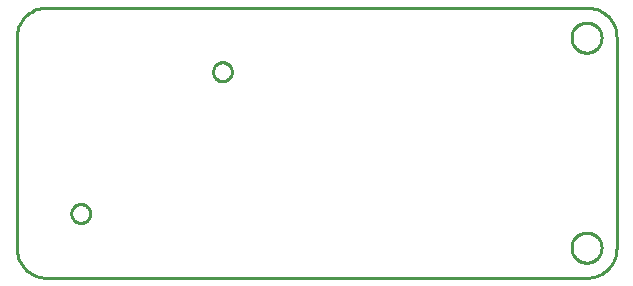
<source format=gbr>
G04 EAGLE Gerber RS-274X export*
G75*
%MOMM*%
%FSLAX34Y34*%
%LPD*%
%IN*%
%IPPOS*%
%AMOC8*
5,1,8,0,0,1.08239X$1,22.5*%
G01*
%ADD10C,0.254000*%


D10*
X0Y25400D02*
X97Y23186D01*
X386Y20989D01*
X865Y18826D01*
X1532Y16713D01*
X2380Y14666D01*
X3403Y12700D01*
X4594Y10831D01*
X5942Y9073D01*
X7440Y7440D01*
X9073Y5942D01*
X10831Y4594D01*
X12700Y3403D01*
X14666Y2380D01*
X16713Y1532D01*
X18826Y865D01*
X20989Y386D01*
X23186Y97D01*
X25400Y0D01*
X482600Y0D01*
X484814Y97D01*
X487011Y386D01*
X489174Y865D01*
X491287Y1532D01*
X493335Y2380D01*
X495300Y3403D01*
X497169Y4594D01*
X498927Y5942D01*
X500561Y7440D01*
X502058Y9073D01*
X503406Y10831D01*
X504597Y12700D01*
X505620Y14666D01*
X506468Y16713D01*
X507135Y18826D01*
X507614Y20989D01*
X507903Y23186D01*
X508000Y25400D01*
X508000Y203200D01*
X507903Y205414D01*
X507614Y207611D01*
X507135Y209774D01*
X506468Y211887D01*
X505620Y213935D01*
X504597Y215900D01*
X503406Y217769D01*
X502058Y219527D01*
X500561Y221161D01*
X498927Y222658D01*
X497169Y224006D01*
X495300Y225197D01*
X493335Y226220D01*
X491287Y227068D01*
X489174Y227735D01*
X487011Y228214D01*
X484814Y228503D01*
X482600Y228600D01*
X25400Y228600D01*
X23186Y228503D01*
X20989Y228214D01*
X18826Y227735D01*
X16713Y227068D01*
X14666Y226220D01*
X12700Y225197D01*
X10831Y224006D01*
X9073Y222658D01*
X7440Y221161D01*
X5942Y219527D01*
X4594Y217769D01*
X3403Y215900D01*
X2380Y213935D01*
X1532Y211887D01*
X865Y209774D01*
X386Y207611D01*
X97Y205414D01*
X0Y203200D01*
X0Y25400D01*
X495300Y202701D02*
X495222Y201706D01*
X495066Y200720D01*
X494833Y199750D01*
X494524Y198801D01*
X494142Y197879D01*
X493689Y196990D01*
X493168Y196139D01*
X492581Y195331D01*
X491933Y194573D01*
X491227Y193867D01*
X490469Y193219D01*
X489661Y192632D01*
X488810Y192111D01*
X487921Y191658D01*
X486999Y191276D01*
X486050Y190967D01*
X485080Y190734D01*
X484094Y190578D01*
X483099Y190500D01*
X482101Y190500D01*
X481106Y190578D01*
X480120Y190734D01*
X479150Y190967D01*
X478201Y191276D01*
X477279Y191658D01*
X476390Y192111D01*
X475539Y192632D01*
X474731Y193219D01*
X473973Y193867D01*
X473267Y194573D01*
X472619Y195331D01*
X472032Y196139D01*
X471511Y196990D01*
X471058Y197879D01*
X470676Y198801D01*
X470367Y199750D01*
X470134Y200720D01*
X469978Y201706D01*
X469900Y202701D01*
X469900Y203699D01*
X469978Y204694D01*
X470134Y205680D01*
X470367Y206650D01*
X470676Y207599D01*
X471058Y208521D01*
X471511Y209410D01*
X472032Y210261D01*
X472619Y211069D01*
X473267Y211827D01*
X473973Y212533D01*
X474731Y213181D01*
X475539Y213768D01*
X476390Y214289D01*
X477279Y214742D01*
X478201Y215124D01*
X479150Y215433D01*
X480120Y215666D01*
X481106Y215822D01*
X482101Y215900D01*
X483099Y215900D01*
X484094Y215822D01*
X485080Y215666D01*
X486050Y215433D01*
X486999Y215124D01*
X487921Y214742D01*
X488810Y214289D01*
X489661Y213768D01*
X490469Y213181D01*
X491227Y212533D01*
X491933Y211827D01*
X492581Y211069D01*
X493168Y210261D01*
X493689Y209410D01*
X494142Y208521D01*
X494524Y207599D01*
X494833Y206650D01*
X495066Y205680D01*
X495222Y204694D01*
X495300Y203699D01*
X495300Y202701D01*
X495300Y24901D02*
X495222Y23906D01*
X495066Y22920D01*
X494833Y21950D01*
X494524Y21001D01*
X494142Y20079D01*
X493689Y19190D01*
X493168Y18339D01*
X492581Y17531D01*
X491933Y16773D01*
X491227Y16067D01*
X490469Y15419D01*
X489661Y14832D01*
X488810Y14311D01*
X487921Y13858D01*
X486999Y13476D01*
X486050Y13167D01*
X485080Y12934D01*
X484094Y12778D01*
X483099Y12700D01*
X482101Y12700D01*
X481106Y12778D01*
X480120Y12934D01*
X479150Y13167D01*
X478201Y13476D01*
X477279Y13858D01*
X476390Y14311D01*
X475539Y14832D01*
X474731Y15419D01*
X473973Y16067D01*
X473267Y16773D01*
X472619Y17531D01*
X472032Y18339D01*
X471511Y19190D01*
X471058Y20079D01*
X470676Y21001D01*
X470367Y21950D01*
X470134Y22920D01*
X469978Y23906D01*
X469900Y24901D01*
X469900Y25899D01*
X469978Y26894D01*
X470134Y27880D01*
X470367Y28850D01*
X470676Y29799D01*
X471058Y30721D01*
X471511Y31610D01*
X472032Y32461D01*
X472619Y33269D01*
X473267Y34027D01*
X473973Y34733D01*
X474731Y35381D01*
X475539Y35968D01*
X476390Y36489D01*
X477279Y36942D01*
X478201Y37324D01*
X479150Y37633D01*
X480120Y37866D01*
X481106Y38022D01*
X482101Y38100D01*
X483099Y38100D01*
X484094Y38022D01*
X485080Y37866D01*
X486050Y37633D01*
X486999Y37324D01*
X487921Y36942D01*
X488810Y36489D01*
X489661Y35968D01*
X490469Y35381D01*
X491227Y34733D01*
X491933Y34027D01*
X492581Y33269D01*
X493168Y32461D01*
X493689Y31610D01*
X494142Y30721D01*
X494524Y29799D01*
X494833Y28850D01*
X495066Y27880D01*
X495222Y26894D01*
X495300Y25899D01*
X495300Y24901D01*
X54693Y62300D02*
X55475Y62223D01*
X56246Y62070D01*
X56998Y61841D01*
X57725Y61541D01*
X58418Y61170D01*
X59071Y60733D01*
X59679Y60235D01*
X60235Y59679D01*
X60733Y59071D01*
X61170Y58418D01*
X61541Y57725D01*
X61841Y56998D01*
X62070Y56246D01*
X62223Y55475D01*
X62300Y54693D01*
X62300Y53907D01*
X62223Y53125D01*
X62070Y52354D01*
X61841Y51602D01*
X61541Y50875D01*
X61170Y50182D01*
X60733Y49529D01*
X60235Y48921D01*
X59679Y48365D01*
X59071Y47867D01*
X58418Y47430D01*
X57725Y47059D01*
X56998Y46759D01*
X56246Y46530D01*
X55475Y46377D01*
X54693Y46300D01*
X53907Y46300D01*
X53125Y46377D01*
X52354Y46530D01*
X51602Y46759D01*
X50875Y47059D01*
X50182Y47430D01*
X49529Y47867D01*
X48921Y48365D01*
X48365Y48921D01*
X47867Y49529D01*
X47430Y50182D01*
X47059Y50875D01*
X46759Y51602D01*
X46530Y52354D01*
X46377Y53125D01*
X46300Y53907D01*
X46300Y54693D01*
X46377Y55475D01*
X46530Y56246D01*
X46759Y56998D01*
X47059Y57725D01*
X47430Y58418D01*
X47867Y59071D01*
X48365Y59679D01*
X48921Y60235D01*
X49529Y60733D01*
X50182Y61170D01*
X50875Y61541D01*
X51602Y61841D01*
X52354Y62070D01*
X53125Y62223D01*
X53907Y62300D01*
X54693Y62300D01*
X174693Y182300D02*
X175475Y182223D01*
X176246Y182070D01*
X176998Y181841D01*
X177725Y181541D01*
X178418Y181170D01*
X179071Y180733D01*
X179679Y180235D01*
X180235Y179679D01*
X180733Y179071D01*
X181170Y178418D01*
X181541Y177725D01*
X181841Y176998D01*
X182070Y176246D01*
X182223Y175475D01*
X182300Y174693D01*
X182300Y173907D01*
X182223Y173125D01*
X182070Y172354D01*
X181841Y171602D01*
X181541Y170875D01*
X181170Y170182D01*
X180733Y169529D01*
X180235Y168921D01*
X179679Y168365D01*
X179071Y167867D01*
X178418Y167430D01*
X177725Y167059D01*
X176998Y166759D01*
X176246Y166530D01*
X175475Y166377D01*
X174693Y166300D01*
X173907Y166300D01*
X173125Y166377D01*
X172354Y166530D01*
X171602Y166759D01*
X170875Y167059D01*
X170182Y167430D01*
X169529Y167867D01*
X168921Y168365D01*
X168365Y168921D01*
X167867Y169529D01*
X167430Y170182D01*
X167059Y170875D01*
X166759Y171602D01*
X166530Y172354D01*
X166377Y173125D01*
X166300Y173907D01*
X166300Y174693D01*
X166377Y175475D01*
X166530Y176246D01*
X166759Y176998D01*
X167059Y177725D01*
X167430Y178418D01*
X167867Y179071D01*
X168365Y179679D01*
X168921Y180235D01*
X169529Y180733D01*
X170182Y181170D01*
X170875Y181541D01*
X171602Y181841D01*
X172354Y182070D01*
X173125Y182223D01*
X173907Y182300D01*
X174693Y182300D01*
M02*

</source>
